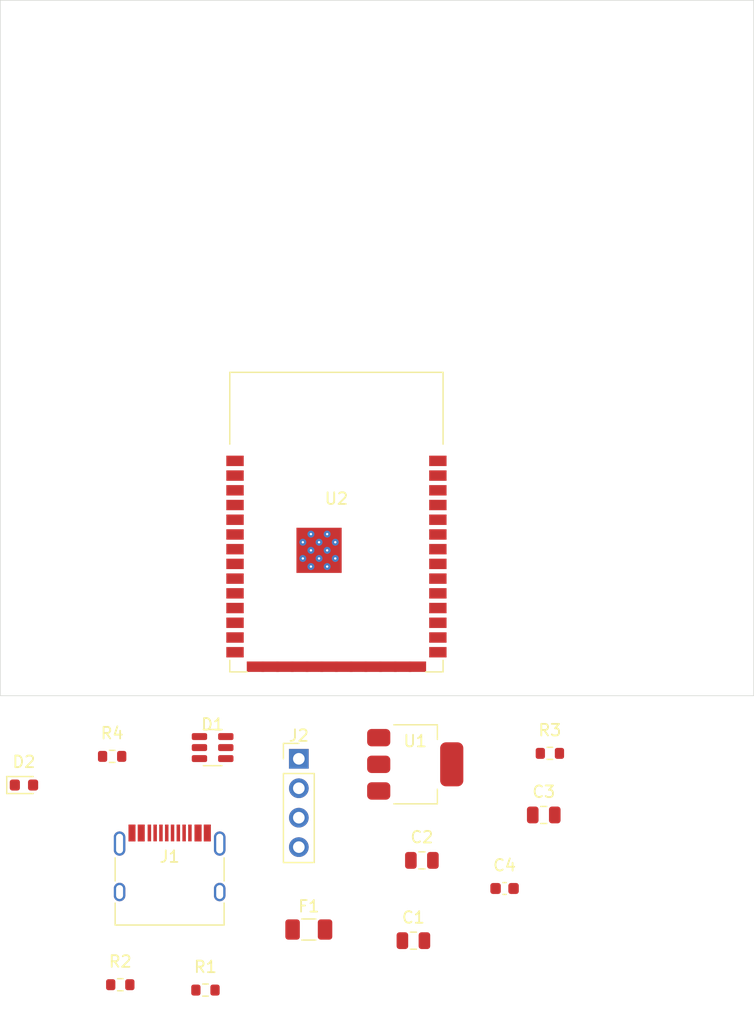
<source format=kicad_pcb>
(kicad_pcb (version 20241229) (generator "pcbnew") (generator_version "9.0")
  (layers (0 "F.Cu" signal) (2 "B.Cu" signal) (13 "F.Paste" user) (15 "B.Paste" user) (5 "F.SilkS" user "F.Silkscreen") (7 "B.SilkS" user "B.Silkscreen") (1 "F.Mask" user) (3 "B.Mask" user) (25 "Edge.Cuts" user))
  (net 0 "")
  (net 1 "GND")
  (net 2 "N$1")
  (net 3 "N$4")
  (net 4 "N$5")
  (net 5 "N$3")
  (net 6 "N$2")
  (net 7 "VBUS")
  (net 8 "USB_DP")
  (net 9 "USB_DM")
  (net 10 "VCC_3V3")
  (net 11 "N$6")
  (net 12 "LED_CONTROL")
  (net 13 "DEBUG_TX")
  (net 14 "DEBUG_RX")
  (net 15 "N$7")
  (footprint "Package_TO_SOT_SMD:SOT-223-3_TabPin2" (layer "F.Cu") (at 35.798373876248846 65.92324335849338)
    (property "Reference" "U1" (at 0 -2 0) (layer "F.SilkS") (effects (font (size 1.0 1.0))))
    (property "Value" "")
    (fp_line (start -1.85 -3.41) (end 1.91 -3.41) (stroke (width 0.12)) (layer "F.SilkS"))
    (fp_line (start -1.85 3.41) (end 1.91 3.41) (stroke (width 0.12)) (layer "F.SilkS"))
    (fp_line (start 1.91 -3.41) (end 1.91 -2.15) (stroke (width 0.12)) (layer "F.SilkS"))
    (fp_line (start 1.91 3.41) (end 1.91 2.15) (stroke (width 0.12)) (layer "F.SilkS"))
    (pad "1" smd roundrect (at -3.15 -2.3) (size 2.0 1.5) (layers "F.Cu" "F.Mask" "F.Paste") (net 1 "GND"))
    (pad "2" smd roundrect (at -3.15 0.0) (size 2.0 1.5) (layers "F.Cu" "F.Mask" "F.Paste") (net 10 "VCC_3V3"))
    (pad "2" smd roundrect (at 3.15 0.0) (size 2.0 3.8) (layers "F.Cu" "F.Mask" "F.Paste") (net 10 "VCC_3V3"))
    (pad "3" smd roundrect (at -3.15 2.3) (size 2.0 1.5) (layers "F.Cu" "F.Mask" "F.Paste") (net 7 "VBUS"))
  )
  (footprint "Capacitor_SMD:C_0805_2012Metric" (layer "F.Cu") (at 35.63996216675527 81.138419845842)
    (property "Reference" "C1" (at 0 -2 0) (layer "F.SilkS") (effects (font (size 1.0 1.0))))
    (property "Value" "10uF")
    (fp_line (start -0.261252 -0.735) (end 0.261252 -0.735) (stroke (width 0.12)) (layer "F.SilkS"))
    (fp_line (start -0.261252 0.735) (end 0.261252 0.735) (stroke (width 0.12)) (layer "F.SilkS"))
    (pad "1" smd roundrect (at -0.95 0.0) (size 1.0 1.45) (layers "F.Cu" "F.Mask" "F.Paste") (net 7 "VBUS"))
    (pad "2" smd roundrect (at 0.95 0.0) (size 1.0 1.45) (layers "F.Cu" "F.Mask" "F.Paste") (net 1 "GND"))
  )
  (footprint "Capacitor_SMD:C_0805_2012Metric" (layer "F.Cu") (at 36.37132894520146 74.21048955364691)
    (property "Reference" "C2" (at 0 -2 0) (layer "F.SilkS") (effects (font (size 1.0 1.0))))
    (property "Value" "22uF")
    (fp_line (start -0.261252 -0.735) (end 0.261252 -0.735) (stroke (width 0.12)) (layer "F.SilkS"))
    (fp_line (start -0.261252 0.735) (end 0.261252 0.735) (stroke (width 0.12)) (layer "F.SilkS"))
    (pad "1" smd roundrect (at -0.95 0.0) (size 1.0 1.45) (layers "F.Cu" "F.Mask" "F.Paste") (net 10 "VCC_3V3"))
    (pad "2" smd roundrect (at 0.95 0.0) (size 1.0 1.45) (layers "F.Cu" "F.Mask" "F.Paste") (net 1 "GND"))
  )
  (footprint "LED_SMD:LED_0603_1608Metric" (layer "F.Cu") (at 2.041793698006562 67.71039214216655)
    (property "Reference" "D2" (at 0 -2 0) (layer "F.SilkS") (effects (font (size 1.0 1.0))))
    (property "Value" "")
    (fp_line (start -1.485 -0.735) (end -1.485 0.735) (stroke (width 0.12)) (layer "F.SilkS"))
    (fp_line (start -1.485 0.735) (end 0.8 0.735) (stroke (width 0.12)) (layer "F.SilkS"))
    (fp_line (start 0.8 -0.735) (end -1.485 -0.735) (stroke (width 0.12)) (layer "F.SilkS"))
    (pad "1" smd roundrect (at -0.7875 0.0) (size 0.875 0.95) (layers "F.Cu" "F.Mask" "F.Paste") (net 1 "GND"))
    (pad "2" smd roundrect (at 0.7875 0.0) (size 0.875 0.95) (layers "F.Cu" "F.Mask" "F.Paste") (net 15 "N$7"))
  )
  (footprint "Resistor_SMD:R_0603_1608Metric" (layer "F.Cu") (at 9.65024582836779 65.23825618716697)
    (property "Reference" "R4" (at 0 -2 0) (layer "F.SilkS") (effects (font (size 1.0 1.0))))
    (property "Value" "220")
    (fp_line (start -0.237258 -0.5225) (end 0.237258 -0.5225) (stroke (width 0.12)) (layer "F.SilkS"))
    (fp_line (start -0.237258 0.5225) (end 0.237258 0.5225) (stroke (width 0.12)) (layer "F.SilkS"))
    (pad "1" smd roundrect (at -0.825 0.0) (size 0.8 0.95) (layers "F.Cu" "F.Mask" "F.Paste") (net 12 "LED_CONTROL"))
    (pad "2" smd roundrect (at 0.825 0.0) (size 0.8 0.95) (layers "F.Cu" "F.Mask" "F.Paste") (net 15 "N$7"))
  )
  (footprint "Connector_USB:USB_C_Receptacle_HRO_TYPE-C-31-M-12" (layer "F.Cu") (at 14.609804286821193 75.89094331663492)
    (property "Reference" "J1" (at 0 -2 0) (layer "F.SilkS") (effects (font (size 1.0 1.0))))
    (property "Value" "")
    (fp_line (start -4.7 -1.9) (end -4.7 0.1) (stroke (width 0.12)) (layer "F.SilkS"))
    (fp_line (start -4.7 2.0) (end -4.7 3.9) (stroke (width 0.12)) (layer "F.SilkS"))
    (fp_line (start -4.7 3.9) (end 4.7 3.9) (stroke (width 0.12)) (layer "F.SilkS"))
    (fp_line (start 4.7 -1.9) (end 4.7 0.1) (stroke (width 0.12)) (layer "F.SilkS"))
    (fp_line (start 4.7 2.0) (end 4.7 3.9) (stroke (width 0.12)) (layer "F.SilkS"))
    (pad "" np_thru_hole circle (at -2.89 -2.6) (size 0.65 0.65) (layers "*.Cu" "*.Mask") (drill 0.65))
    (pad "" np_thru_hole circle (at 2.89 -2.6) (size 0.65 0.65) (layers "*.Cu" "*.Mask") (drill 0.65))
    (pad "A1" smd rect (at -3.25 -4.045) (size 0.6 1.45) (layers "F.Cu" "F.Mask" "F.Paste") (net 1 "GND"))
    (pad "A4" smd rect (at -2.45 -4.045) (size 0.6 1.45) (layers "F.Cu" "F.Mask" "F.Paste") (net 2 "N$1"))
    (pad "A5" smd rect (at -1.25 -4.045) (size 0.3 1.45) (layers "F.Cu" "F.Mask" "F.Paste") (net 3 "N$4"))
    (pad "A6" smd rect (at -0.25 -4.045) (size 0.3 1.45) (layers "F.Cu" "F.Mask" "F.Paste") (net 6 "N$2"))
    (pad "A7" smd rect (at 0.25 -4.045) (size 0.3 1.45) (layers "F.Cu" "F.Mask" "F.Paste") (net 5 "N$3"))
    (pad "A8" smd rect (at 1.25 -4.045) (size 0.3 1.45) (layers "F.Cu" "F.Mask" "F.Paste"))
    (pad "A9" smd rect (at 2.45 -4.045) (size 0.6 1.45) (layers "F.Cu" "F.Mask" "F.Paste") (net 2 "N$1"))
    (pad "A12" smd rect (at 3.25 -4.045) (size 0.6 1.45) (layers "F.Cu" "F.Mask" "F.Paste") (net 1 "GND"))
    (pad "B1" smd rect (at 3.25 -4.045) (size 0.6 1.45) (layers "F.Cu" "F.Mask" "F.Paste") (net 1 "GND"))
    (pad "B4" smd rect (at 2.45 -4.045) (size 0.6 1.45) (layers "F.Cu" "F.Mask" "F.Paste") (net 2 "N$1"))
    (pad "B5" smd rect (at 1.75 -4.045) (size 0.3 1.45) (layers "F.Cu" "F.Mask" "F.Paste") (net 4 "N$5"))
    (pad "B6" smd rect (at 0.75 -4.045) (size 0.3 1.45) (layers "F.Cu" "F.Mask" "F.Paste") (net 6 "N$2"))
    (pad "B7" smd rect (at -0.75 -4.045) (size 0.3 1.45) (layers "F.Cu" "F.Mask" "F.Paste") (net 5 "N$3"))
    (pad "B8" smd rect (at -1.75 -4.045) (size 0.3 1.45) (layers "F.Cu" "F.Mask" "F.Paste"))
    (pad "B9" smd rect (at -2.45 -4.045) (size 0.6 1.45) (layers "F.Cu" "F.Mask" "F.Paste") (net 2 "N$1"))
    (pad "B12" smd rect (at -3.25 -4.045) (size 0.6 1.45) (layers "F.Cu" "F.Mask" "F.Paste") (net 1 "GND"))
    (pad "S1" thru_hole oval (at -4.32 -3.13) (size 1.0 2.1) (layers "*.Cu" "*.Mask") (drill oval 0.6 1.7) (property pad_prop_heatsink))
    (pad "S1" thru_hole oval (at -4.32 1.05) (size 1.0 1.6) (layers "*.Cu" "*.Mask") (drill oval 0.6 1.2) (property pad_prop_heatsink))
    (pad "S1" thru_hole oval (at 4.32 -3.13) (size 1.0 2.1) (layers "*.Cu" "*.Mask") (drill oval 0.6 1.7) (property pad_prop_heatsink))
    (pad "S1" thru_hole oval (at 4.32 1.05) (size 1.0 1.6) (layers "*.Cu" "*.Mask") (drill oval 0.6 1.2) (property pad_prop_heatsink))
  )
  (footprint "Resistor_SMD:R_0603_1608Metric" (layer "F.Cu") (at 17.699974230570668 85.40150847958645)
    (property "Reference" "R1" (at 0 -2 0) (layer "F.SilkS") (effects (font (size 1.0 1.0))))
    (property "Value" "5.1k")
    (fp_line (start -0.237258 -0.5225) (end 0.237258 -0.5225) (stroke (width 0.12)) (layer "F.SilkS"))
    (fp_line (start -0.237258 0.5225) (end 0.237258 0.5225) (stroke (width 0.12)) (layer "F.SilkS"))
    (pad "1" smd roundrect (at -0.825 0.0) (size 0.8 0.95) (layers "F.Cu" "F.Mask" "F.Paste") (net 3 "N$4"))
    (pad "2" smd roundrect (at 0.825 0.0) (size 0.8 0.95) (layers "F.Cu" "F.Mask" "F.Paste") (net 1 "GND"))
  )
  (footprint "Resistor_SMD:R_0603_1608Metric" (layer "F.Cu") (at 10.352011371170466 84.93921384129511)
    (property "Reference" "R2" (at 0 -2 0) (layer "F.SilkS") (effects (font (size 1.0 1.0))))
    (property "Value" "5.1k")
    (fp_line (start -0.237258 -0.5225) (end 0.237258 -0.5225) (stroke (width 0.12)) (layer "F.SilkS"))
    (fp_line (start -0.237258 0.5225) (end 0.237258 0.5225) (stroke (width 0.12)) (layer "F.SilkS"))
    (pad "1" smd roundrect (at -0.825 0.0) (size 0.8 0.95) (layers "F.Cu" "F.Mask" "F.Paste") (net 4 "N$5"))
    (pad "2" smd roundrect (at 0.825 0.0) (size 0.8 0.95) (layers "F.Cu" "F.Mask" "F.Paste") (net 1 "GND"))
  )
  (footprint "Package_TO_SOT_SMD:SOT-23-6" (layer "F.Cu") (at 18.31800821932056 64.47826512109307)
    (property "Reference" "D1" (at 0 -2 0) (layer "F.SilkS") (effects (font (size 1.0 1.0))))
    (property "Value" "")
    (fp_line (start 0.0 -1.56) (end -0.8 -1.56) (stroke (width 0.12)) (layer "F.SilkS"))
    (fp_line (start 0.0 -1.56) (end 0.8 -1.56) (stroke (width 0.12)) (layer "F.SilkS"))
    (fp_line (start 0.0 1.56) (end -0.8 1.56) (stroke (width 0.12)) (layer "F.SilkS"))
    (fp_line (start 0.0 1.56) (end 0.8 1.56) (stroke (width 0.12)) (layer "F.SilkS"))
    (pad "1" smd roundrect (at -1.1375 -0.95) (size 1.325 0.6) (layers "F.Cu" "F.Paste" "F.Mask") (net 6 "N$2"))
    (pad "2" smd roundrect (at -1.1375 0.0) (size 1.325 0.6) (layers "F.Cu" "F.Paste" "F.Mask") (net 1 "GND"))
    (pad "3" smd roundrect (at -1.1375 0.95) (size 1.325 0.6) (layers "F.Cu" "F.Paste" "F.Mask") (net 5 "N$3"))
    (pad "4" smd roundrect (at 1.1375 0.95) (size 1.325 0.6) (layers "F.Cu" "F.Paste" "F.Mask") (net 9 "USB_DM"))
    (pad "5" smd roundrect (at 1.1375 0.0) (size 1.325 0.6) (layers "F.Cu" "F.Paste" "F.Mask") (net 7 "VBUS"))
    (pad "6" smd roundrect (at 1.1375 -0.95) (size 1.325 0.6) (layers "F.Cu" "F.Paste" "F.Mask") (net 8 "USB_DP"))
  )
  (footprint "Fuse:Fuse_1206_3216Metric" (layer "F.Cu") (at 26.616932726629567 80.1768287942823)
    (property "Reference" "F1" (at 0 -2 0) (layer "F.SilkS") (effects (font (size 1.0 1.0))))
    (property "Value" "2A")
    (fp_line (start -0.602064 -0.91) (end 0.602064 -0.91) (stroke (width 0.12)) (layer "F.SilkS"))
    (fp_line (start -0.602064 0.91) (end 0.602064 0.91) (stroke (width 0.12)) (layer "F.SilkS"))
    (pad "1" smd roundrect (at -1.4 0.0) (size 1.25 1.75) (layers "F.Cu" "F.Mask" "F.Paste") (roundrect_rratio 0.2) (net 2 "N$1"))
    (pad "2" smd roundrect (at 1.4 0.0) (size 1.25 1.75) (layers "F.Cu" "F.Mask" "F.Paste") (roundrect_rratio 0.2) (net 7 "VBUS"))
  )
  (footprint "Connector_PinHeader_2.54mm:PinHeader_1x04_P2.54mm_Vertical" (layer "F.Cu") (at 25.755321559063056 65.4477151003458)
    (property "Reference" "J2" (at 0 -2 0) (layer "F.SilkS") (effects (font (size 1.0 1.0))))
    (property "Value" "")
    (fp_line (start -1.33 -1.33) (end 0.0 -1.33) (stroke (width 0.12)) (layer "F.SilkS"))
    (fp_line (start -1.33 0.0) (end -1.33 -1.33) (stroke (width 0.12)) (layer "F.SilkS"))
    (fp_line (start -1.33 1.27) (end -1.33 8.95) (stroke (width 0.12)) (layer "F.SilkS"))
    (fp_line (start -1.33 1.27) (end 1.33 1.27) (stroke (width 0.12)) (layer "F.SilkS"))
    (fp_line (start -1.33 8.95) (end 1.33 8.95) (stroke (width 0.12)) (layer "F.SilkS"))
    (fp_line (start 1.33 1.27) (end 1.33 8.95) (stroke (width 0.12)) (layer "F.SilkS"))
    (pad "1" thru_hole rect (size 1.7 1.7) (layers "*.Cu" "*.Mask") (drill 1.0) (net 10 "VCC_3V3"))
    (pad "2" thru_hole oval (at 0.0 2.54) (size 1.7 1.7) (layers "*.Cu" "*.Mask") (drill 1.0) (net 1 "GND"))
    (pad "3" thru_hole oval (at 0.0 5.08) (size 1.7 1.7) (layers "*.Cu" "*.Mask") (drill 1.0) (net 13 "DEBUG_TX"))
    (pad "4" thru_hole oval (at 0.0 7.62) (size 1.7 1.7) (layers "*.Cu" "*.Mask") (drill 1.0) (net 14 "DEBUG_RX"))
  )
  (footprint "RF_Module:ESP32-S3-WROOM-1" (layer "F.Cu") (at 29.0 45.0)
    (property "Reference" "U2" (at 0 -2 0) (layer "F.SilkS") (effects (font (size 1.0 1.0))))
    (property "Value" "")
    (fp_line (start -9.2 -12.9) (end -9.2 -6.7) (stroke (width 0.12)) (layer "F.SilkS"))
    (fp_line (start -9.2 -12.9) (end 9.2 -12.9) (stroke (width 0.12)) (layer "F.SilkS"))
    (fp_line (start -9.2 11.95) (end -9.2 12.95) (stroke (width 0.12)) (layer "F.SilkS"))
    (fp_line (start -9.2 12.95) (end -7.7 12.95) (stroke (width 0.12)) (layer "F.SilkS"))
    (fp_line (start 9.2 -12.9) (end 9.2 -6.7) (stroke (width 0.12)) (layer "F.SilkS"))
    (fp_line (start 9.2 12.95) (end 7.7 12.95) (stroke (width 0.12)) (layer "F.SilkS"))
    (fp_line (start 9.2 12.95) (end 9.2 11.95) (stroke (width 0.12)) (layer "F.SilkS"))
    (pad "1" smd rect (at -8.75 -5.26) (size 1.5 0.9) (layers "F.Cu" "F.Mask" "F.Paste") (net 1 "GND"))
    (pad "2" smd rect (at -8.75 -3.99) (size 1.5 0.9) (layers "F.Cu" "F.Mask" "F.Paste") (net 10 "VCC_3V3"))
    (pad "3" smd rect (at -8.75 -2.72) (size 1.5 0.9) (layers "F.Cu" "F.Mask" "F.Paste") (net 11 "N$6"))
    (pad "4" smd rect (at -8.75 -1.45) (size 1.5 0.9) (layers "F.Cu" "F.Mask" "F.Paste"))
    (pad "5" smd rect (at -8.75 -0.18) (size 1.5 0.9) (layers "F.Cu" "F.Mask" "F.Paste"))
    (pad "6" smd rect (at -8.75 1.09) (size 1.5 0.9) (layers "F.Cu" "F.Mask" "F.Paste"))
    (pad "7" smd rect (at -8.75 2.36) (size 1.5 0.9) (layers "F.Cu" "F.Mask" "F.Paste"))
    (pad "8" smd rect (at -8.75 3.63) (size 1.5 0.9) (layers "F.Cu" "F.Mask" "F.Paste"))
    (pad "9" smd rect (at -8.75 4.9) (size 1.5 0.9) (layers "F.Cu" "F.Mask" "F.Paste"))
    (pad "10" smd rect (at -8.75 6.17) (size 1.5 0.9) (layers "F.Cu" "F.Mask" "F.Paste"))
    (pad "11" smd rect (at -8.75 7.44) (size 1.5 0.9) (layers "F.Cu" "F.Mask" "F.Paste"))
    (pad "12" smd rect (at -8.75 8.71) (size 1.5 0.9) (layers "F.Cu" "F.Mask" "F.Paste") (net 12 "LED_CONTROL"))
    (pad "13" smd rect (at -8.75 9.98) (size 1.5 0.9) (layers "F.Cu" "F.Mask" "F.Paste") (net 9 "USB_DM"))
    (pad "14" smd rect (at -8.75 11.25) (size 1.5 0.9) (layers "F.Cu" "F.Mask" "F.Paste") (net 8 "USB_DP"))
    (pad "15" smd rect (at -6.985 12.5) (size 1.5 0.9) (layers "F.Cu" "F.Mask" "F.Paste"))
    (pad "16" smd rect (at -5.715 12.5) (size 1.5 0.9) (layers "F.Cu" "F.Mask" "F.Paste"))
    (pad "17" smd rect (at -4.445 12.5) (size 1.5 0.9) (layers "F.Cu" "F.Mask" "F.Paste"))
    (pad "18" smd rect (at -3.175 12.5) (size 1.5 0.9) (layers "F.Cu" "F.Mask" "F.Paste"))
    (pad "19" smd rect (at -1.905 12.5) (size 1.5 0.9) (layers "F.Cu" "F.Mask" "F.Paste"))
    (pad "20" smd rect (at -0.635 12.5) (size 1.5 0.9) (layers "F.Cu" "F.Mask" "F.Paste"))
    (pad "21" smd rect (at 0.635 12.5) (size 1.5 0.9) (layers "F.Cu" "F.Mask" "F.Paste"))
    (pad "22" smd rect (at 1.905 12.5) (size 1.5 0.9) (layers "F.Cu" "F.Mask" "F.Paste"))
    (pad "23" smd rect (at 3.175 12.5) (size 1.5 0.9) (layers "F.Cu" "F.Mask" "F.Paste"))
    (pad "24" smd rect (at 4.445 12.5) (size 1.5 0.9) (layers "F.Cu" "F.Mask" "F.Paste"))
    (pad "25" smd rect (at 5.715 12.5) (size 1.5 0.9) (layers "F.Cu" "F.Mask" "F.Paste"))
    (pad "26" smd rect (at 6.985 12.5) (size 1.5 0.9) (layers "F.Cu" "F.Mask" "F.Paste"))
    (pad "27" smd rect (at 8.75 11.25) (size 1.5 0.9) (layers "F.Cu" "F.Mask" "F.Paste"))
    (pad "28" smd rect (at 8.75 9.98) (size 1.5 0.9) (layers "F.Cu" "F.Mask" "F.Paste"))
    (pad "29" smd rect (at 8.75 8.71) (size 1.5 0.9) (layers "F.Cu" "F.Mask" "F.Paste"))
    (pad "30" smd rect (at 8.75 7.44) (size 1.5 0.9) (layers "F.Cu" "F.Mask" "F.Paste"))
    (pad "31" smd rect (at 8.75 6.17) (size 1.5 0.9) (layers "F.Cu" "F.Mask" "F.Paste"))
    (pad "32" smd rect (at 8.75 4.9) (size 1.5 0.9) (layers "F.Cu" "F.Mask" "F.Paste"))
    (pad "33" smd rect (at 8.75 3.63) (size 1.5 0.9) (layers "F.Cu" "F.Mask" "F.Paste"))
    (pad "34" smd rect (at 8.75 2.36) (size 1.5 0.9) (layers "F.Cu" "F.Mask" "F.Paste"))
    (pad "35" smd rect (at 8.75 1.09) (size 1.5 0.9) (layers "F.Cu" "F.Mask" "F.Paste"))
    (pad "36" smd rect (at 8.75 -0.18) (size 1.5 0.9) (layers "F.Cu" "F.Mask" "F.Paste") (net 14 "DEBUG_RX"))
    (pad "37" smd rect (at 8.75 -1.45) (size 1.5 0.9) (layers "F.Cu" "F.Mask" "F.Paste") (net 13 "DEBUG_TX"))
    (pad "38" smd rect (at 8.75 -2.72) (size 1.5 0.9) (layers "F.Cu" "F.Mask" "F.Paste"))
    (pad "39" smd rect (at 8.75 -3.99) (size 1.5 0.9) (layers "F.Cu" "F.Mask" "F.Paste"))
    (pad "40" smd rect (at 8.75 -5.26) (size 1.5 0.9) (layers "F.Cu" "F.Mask" "F.Paste") (net 1 "GND"))
    (pad "41" thru_hole circle (at -2.9 1.76) (size 0.6 0.6) (layers "*.Cu" "F.Mask") (drill 0.2) (net 1 "GND") (property pad_prop_heatsink))
    (pad "41" thru_hole circle (at -2.9 3.16) (size 0.6 0.6) (layers "*.Cu" "F.Mask") (drill 0.2) (net 1 "GND") (property pad_prop_heatsink))
    (pad "41" thru_hole circle (at -2.2 1.06) (size 0.6 0.6) (layers "*.Cu" "F.Mask") (drill 0.2) (net 1 "GND") (property pad_prop_heatsink))
    (pad "41" thru_hole circle (at -2.2 2.46) (size 0.6 0.6) (layers "*.Cu" "F.Mask") (drill 0.2) (net 1 "GND") (property pad_prop_heatsink))
    (pad "41" thru_hole circle (at -2.2 3.86) (size 0.6 0.6) (layers "*.Cu" "F.Mask") (drill 0.2) (net 1 "GND") (property pad_prop_heatsink))
    (pad "41" thru_hole circle (at -1.5 1.76) (size 0.6 0.6) (layers "*.Cu" "F.Mask") (drill 0.2) (net 1 "GND") (property pad_prop_heatsink))
    (pad "41" smd rect (at -1.5 2.46) (size 3.9 3.9) (layers "F.Cu" "F.Mask") (net 1 "GND") (property pad_prop_heatsink))
    (pad "41" thru_hole circle (at -1.5 3.16) (size 0.6 0.6) (layers "*.Cu" "F.Mask") (drill 0.2) (net 1 "GND") (property pad_prop_heatsink))
    (pad "41" thru_hole circle (at -0.8 1.06) (size 0.6 0.6) (layers "*.Cu" "F.Mask") (drill 0.2) (net 1 "GND") (property pad_prop_heatsink))
    (pad "41" thru_hole circle (at -0.8 2.46) (size 0.6 0.6) (layers "*.Cu" "F.Mask") (drill 0.2) (net 1 "GND") (property pad_prop_heatsink))
    (pad "41" thru_hole circle (at -0.8 3.86) (size 0.6 0.6) (layers "*.Cu" "F.Mask") (drill 0.2) (net 1 "GND") (property pad_prop_heatsink))
    (pad "41" thru_hole circle (at -0.1 1.76) (size 0.6 0.6) (layers "*.Cu" "F.Mask") (drill 0.2) (net 1 "GND") (property pad_prop_heatsink))
    (pad "41" thru_hole circle (at -0.1 3.16) (size 0.6 0.6) (layers "*.Cu" "F.Mask") (drill 0.2) (net 1 "GND") (property pad_prop_heatsink))
  )
  (footprint "Capacitor_SMD:C_0805_2012Metric" (layer "F.Cu") (at 46.88619947846985 70.29244210552872)
    (property "Reference" "C3" (at 0 -2 0) (layer "F.SilkS") (effects (font (size 1.0 1.0))))
    (property "Value" "10uF")
    (fp_line (start -0.261252 -0.735) (end 0.261252 -0.735) (stroke (width 0.12)) (layer "F.SilkS"))
    (fp_line (start -0.261252 0.735) (end 0.261252 0.735) (stroke (width 0.12)) (layer "F.SilkS"))
    (pad "1" smd roundrect (at -0.95 0.0) (size 1.0 1.45) (layers "F.Cu" "F.Mask" "F.Paste") (net 10 "VCC_3V3"))
    (pad "2" smd roundrect (at 0.95 0.0) (size 1.0 1.45) (layers "F.Cu" "F.Mask" "F.Paste") (net 1 "GND"))
  )
  (footprint "Capacitor_SMD:C_0603_1608Metric" (layer "F.Cu") (at 43.50512482773672 76.63695464845415)
    (property "Reference" "C4" (at 0 -2 0) (layer "F.SilkS") (effects (font (size 1.0 1.0))))
    (property "Value" "100nF")
    (fp_line (start -0.14058 -0.51) (end 0.14058 -0.51) (stroke (width 0.12)) (layer "F.SilkS"))
    (fp_line (start -0.14058 0.51) (end 0.14058 0.51) (stroke (width 0.12)) (layer "F.SilkS"))
    (pad "1" smd roundrect (at -0.775 0.0) (size 0.9 0.95) (layers "F.Cu" "F.Mask" "F.Paste") (net 10 "VCC_3V3"))
    (pad "2" smd roundrect (at 0.775 0.0) (size 0.9 0.95) (layers "F.Cu" "F.Mask" "F.Paste") (net 1 "GND"))
  )
  (footprint "Resistor_SMD:R_0603_1608Metric" (layer "F.Cu") (at 47.41455745970525 64.9778130967441)
    (property "Reference" "R3" (at 0 -2 0) (layer "F.SilkS") (effects (font (size 1.0 1.0))))
    (property "Value" "10k")
    (fp_line (start -0.237258 -0.5225) (end 0.237258 -0.5225) (stroke (width 0.12)) (layer "F.SilkS"))
    (fp_line (start -0.237258 0.5225) (end 0.237258 0.5225) (stroke (width 0.12)) (layer "F.SilkS"))
    (pad "1" smd roundrect (at -0.825 0.0) (size 0.8 0.95) (layers "F.Cu" "F.Mask" "F.Paste") (net 10 "VCC_3V3"))
    (pad "2" smd roundrect (at 0.825 0.0) (size 0.8 0.95) (layers "F.Cu" "F.Mask" "F.Paste") (net 11 "N$6"))
  )
  (gr_rect (start 0 0) (end 65.0 60.0) (stroke (width 0.05)) (fill no) (layer "Edge.Cuts"))
)
</source>
